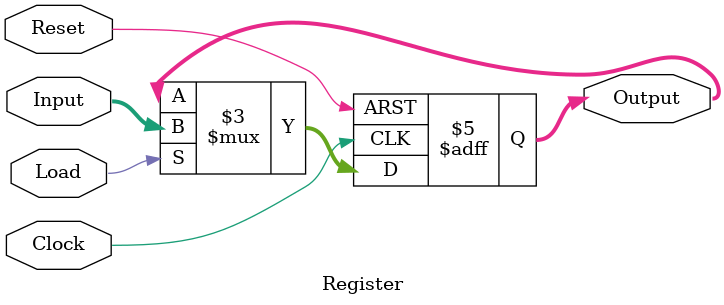
<source format=v>
module Register (Clock, Reset, Load, Input, Output);
	
	parameter SIZE = 8;
	
	input Clock, Reset, Load;
	input [SIZE-1:0] Input;
	output reg [SIZE-1:0] Output;
	
	always@(posedge Clock, posedge Reset)
	begin
		if(Reset)
			Output <= 0;
		else
			begin
				if(Load)
					Output <= Input;
				else
					Output <= Output;
			end
	end
	
	endmodule
	
</source>
